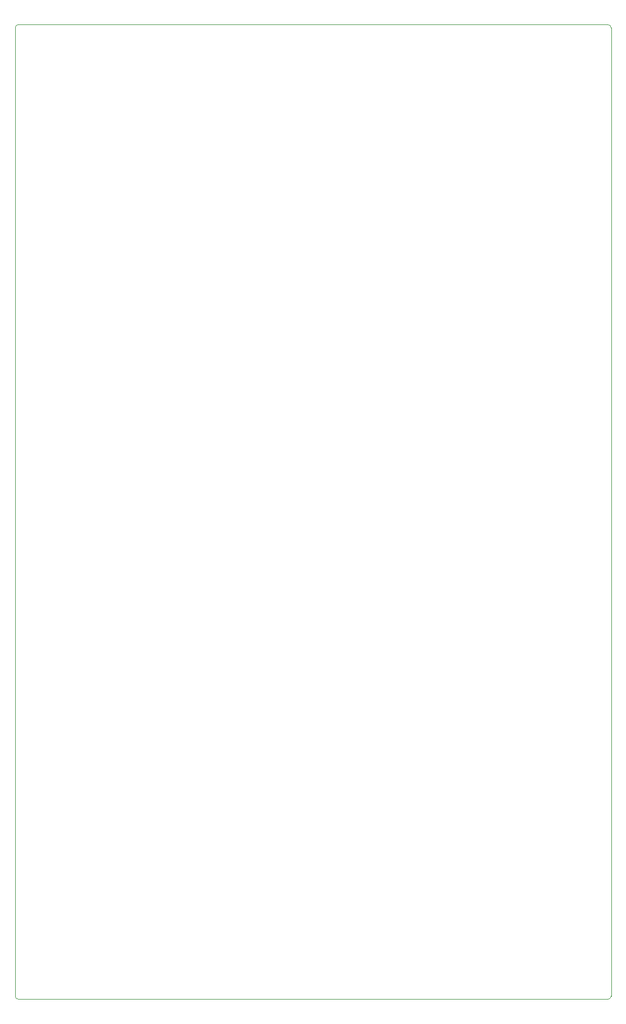
<source format=gbr>
%TF.GenerationSoftware,KiCad,Pcbnew,7.0.8-7.0.8~ubuntu22.04.1*%
%TF.CreationDate,2025-01-17T11:03:05+01:00*%
%TF.ProjectId,supply_interface,73757070-6c79-45f6-996e-746572666163,rev?*%
%TF.SameCoordinates,Original*%
%TF.FileFunction,Profile,NP*%
%FSLAX46Y46*%
G04 Gerber Fmt 4.6, Leading zero omitted, Abs format (unit mm)*
G04 Created by KiCad (PCBNEW 7.0.8-7.0.8~ubuntu22.04.1) date 2025-01-17 11:03:05*
%MOMM*%
%LPD*%
G01*
G04 APERTURE LIST*
%TA.AperFunction,Profile*%
%ADD10C,0.100000*%
%TD*%
G04 APERTURE END LIST*
D10*
X133250000Y-25250000D02*
X133250000Y-176250000D01*
X133250000Y-25250000D02*
G75*
G03*
X132750000Y-24750000I-500000J0D01*
G01*
X132750000Y-176750000D02*
X40750000Y-176750000D01*
X132750000Y-176750000D02*
G75*
G03*
X133250000Y-176250000I0J500000D01*
G01*
X40250000Y-176250000D02*
G75*
G03*
X40750000Y-176750000I500000J0D01*
G01*
X40250000Y-176250000D02*
X40250000Y-25250000D01*
X40750000Y-24750000D02*
X132750000Y-24750000D01*
X40750000Y-24750000D02*
G75*
G03*
X40250000Y-25250000I0J-500000D01*
G01*
M02*

</source>
